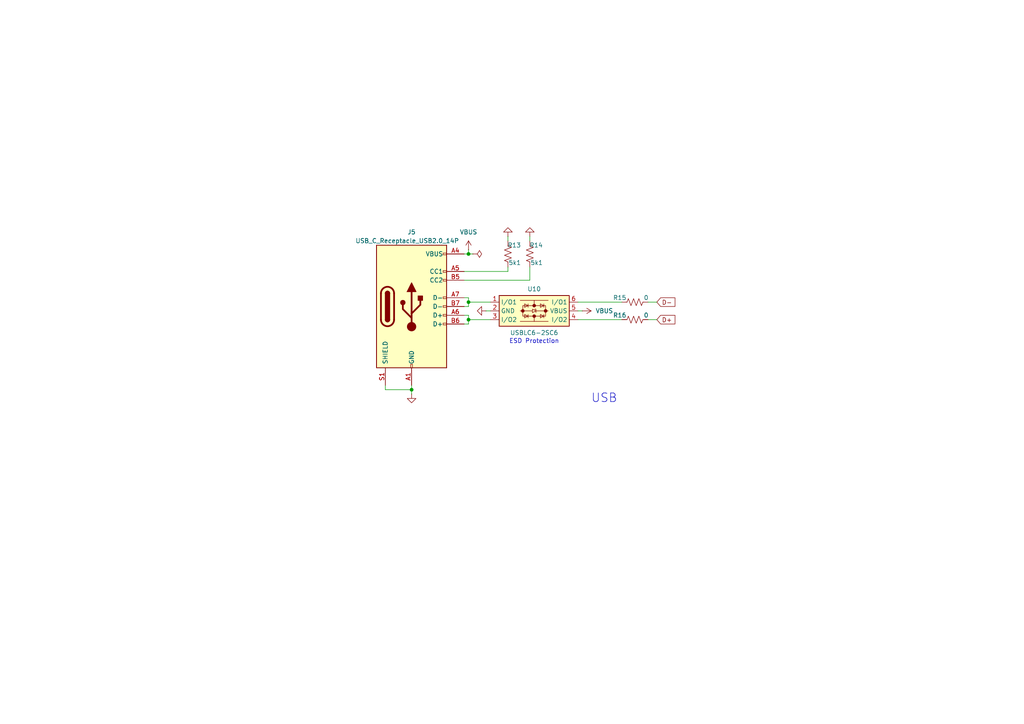
<source format=kicad_sch>
(kicad_sch (version 20231120) (generator "eeschema") (generator_version "8.0")
  (paper "A4")
  (lib_symbols
    (symbol "Connector:USB_C_Receptacle_USB2.0_14P" (pin_names (offset 1.016))
      (property "Reference" "J" (at 0 22.225 0))
      (property "Value" "USB_C_Receptacle_USB2.0_14P" (at 0 19.685 0))
      (symbol "USB_C_Receptacle_USB2.0_14P_0_0"
        (rectangle (start -0.254 -17.78) (end 0.254 -16.764))
        (rectangle (start 10.16 -4.826) (end 9.144 -5.334))
        (rectangle (start 10.16 -2.286) (end 9.144 -2.794))
        (rectangle (start 10.16 0.254) (end 9.144 -0.254))
        (rectangle (start 10.16 2.794) (end 9.144 2.286))
        (rectangle (start 10.16 7.874) (end 9.144 7.366))
        (rectangle (start 10.16 10.414) (end 9.144 9.906))
        (rectangle (start 10.16 15.494) (end 9.144 14.986))
      )
      (symbol "USB_C_Receptacle_USB2.0_14P_0_1"
        (rectangle (start -10.16 17.78) (end 10.16 -17.78) (stroke (width 0.254)) (fill (type background)))
        (arc (start -8.89 -3.81) (mid -6.985 -5.7067) (end -5.08 -3.81) (stroke (width 0.508)))
        (arc (start -7.62 -3.81) (mid -6.985 -4.4423) (end -6.35 -3.81) (stroke (width 0.254)))
        (arc (start -7.62 -3.81) (mid -6.985 -4.4423) (end -6.35 -3.81) (stroke (width 0.254)) (fill (type outline)))
        (rectangle (start -7.62 -3.81) (end -6.35 3.81) (stroke (width 0.254)) (fill (type outline)))
        (arc (start -6.35 3.81) (mid -6.985 4.4423) (end -7.62 3.81) (stroke (width 0.254)))
        (arc (start -6.35 3.81) (mid -6.985 4.4423) (end -7.62 3.81) (stroke (width 0.254)) (fill (type outline)))
        (arc (start -5.08 3.81) (mid -6.985 5.7067) (end -8.89 3.81) (stroke (width 0.508)))
        (circle (center -2.54 1.143) (radius 0.635) (stroke (width 0.254)) (fill (type outline)))
        (circle (center 0 -5.842) (radius 1.27) (fill (type outline)))
        (polyline (pts (xy -8.89 -3.81) (xy -8.89 3.81)) (stroke (width 0.508)))
        (polyline (pts (xy -5.08 3.81) (xy -5.08 -3.81)) (stroke (width 0.508)))
        (polyline (pts (xy 0 -5.842) (xy 0 4.318)) (stroke (width 0.508)))
        (polyline (pts (xy 0 -3.302) (xy -2.54 -0.762) (xy -2.54 0.508)) (stroke (width 0.508)))
        (polyline (pts (xy 0 -2.032) (xy 2.54 0.508) (xy 2.54 1.778)) (stroke (width 0.508)))
        (polyline (pts (xy -1.27 4.318) (xy 0 6.858) (xy 1.27 4.318) (xy -1.27 4.318)) (stroke (width 0.254)) (fill (type outline)))
        (rectangle (start 1.905 1.778) (end 3.175 3.048) (stroke (width 0.254)) (fill (type outline)))
      )
      (symbol "USB_C_Receptacle_USB2.0_14P_1_1"
        (pin passive line (at 0 -22.86 90) (length 5.08) (name "GND") (number "A1"))
        (pin passive line (at 0 -22.86 90) (length 5.08) hide (name "GND") (number "A12"))
        (pin passive line (at 15.24 15.24 180) (length 5.08) (name "VBUS") (number "A4"))
        (pin bidirectional line (at 15.24 10.16 180) (length 5.08) (name "CC1") (number "A5"))
        (pin bidirectional line (at 15.24 -2.54 180) (length 5.08) (name "D+") (number "A6"))
        (pin bidirectional line (at 15.24 2.54 180) (length 5.08) (name "D-") (number "A7"))
        (pin passive line (at 15.24 15.24 180) (length 5.08) hide (name "VBUS") (number "A9"))
        (pin passive line (at 0 -22.86 90) (length 5.08) hide (name "GND") (number "B1"))
        (pin passive line (at 0 -22.86 90) (length 5.08) hide (name "GND") (number "B12"))
        (pin passive line (at 15.24 15.24 180) (length 5.08) hide (name "VBUS") (number "B4"))
        (pin bidirectional line (at 15.24 7.62 180) (length 5.08) (name "CC2") (number "B5"))
        (pin bidirectional line (at 15.24 -5.08 180) (length 5.08) (name "D+") (number "B6"))
        (pin bidirectional line (at 15.24 0 180) (length 5.08) (name "D-") (number "B7"))
        (pin passive line (at 15.24 15.24 180) (length 5.08) hide (name "VBUS") (number "B9"))
        (pin passive line (at -7.62 -22.86 90) (length 5.08) (name "SHIELD") (number "S1"))
      )
    )
    (symbol "Device:R_US" (pin_numbers hide) (pin_names (offset 0))
      (property "Reference" "R" (at 2.54 0 90))
      (property "Value" "R_US" (at -2.54 0 90))
      (symbol "R_US_0_1"
        (polyline (pts (xy 0 -2.286) (xy 0 -2.54)))
        (polyline (pts (xy 0 2.286) (xy 0 2.54)))
        (polyline (pts (xy 0 -0.762) (xy 1.016 -1.143) (xy 0 -1.524) (xy -1.016 -1.905) (xy 0 -2.286)))
        (polyline (pts (xy 0 0.762) (xy 1.016 0.381) (xy 0 0) (xy -1.016 -0.381) (xy 0 -0.762)))
        (polyline (pts (xy 0 2.286) (xy 1.016 1.905) (xy 0 1.524) (xy -1.016 1.143) (xy 0 0.762)))
      )
      (symbol "R_US_1_1"
        (pin passive line (at 0 3.81 270) (length 1.27) (name "~") (number "1"))
        (pin passive line (at 0 -3.81 90) (length 1.27) (name "~") (number "2"))
      )
    )
    (symbol "MCU:USBLC6-2SC6"
      (property "Reference" "U" (at -8.89 5.715 0))
      (property "Value" "USBLC6-2SC6" (at -2.54 -5.715 0))
      (symbol "USBLC6-2SC6_0_0"
        (circle (center -3.302 0) (radius 0.0001) (stroke (width 0.508)))
        (circle (center 0 -1.524) (radius 0.0001) (stroke (width 0.508)))
        (circle (center 0 1.524) (radius 0.0001) (stroke (width 0.508)))
        (circle (center 3.302 0) (radius 0.0001) (stroke (width 0.508)))
      )
      (symbol "USBLC6-2SC6_0_1"
        (polyline (pts (xy -3.302 0) (xy -4.064 0)))
        (polyline (pts (xy -3.302 0) (xy -0.508 0)))
        (polyline (pts (xy -1.778 -1.016) (xy -1.778 -2.032)))
        (polyline (pts (xy -1.778 2.032) (xy -1.778 1.016)))
        (polyline (pts (xy 0 -1.524) (xy 0 -3.048)))
        (polyline (pts (xy 0 3.048) (xy 0 1.524)))
        (polyline (pts (xy 0.508 0) (xy 3.302 0)))
        (polyline (pts (xy 2.794 -1.016) (xy 2.794 -2.032)))
        (polyline (pts (xy 2.794 1.016) (xy 2.794 2.032)))
        (polyline (pts (xy 4.064 -3.048) (xy -4.064 -3.048)))
        (polyline (pts (xy 4.064 0) (xy 3.302 0)))
        (polyline (pts (xy 4.064 3.048) (xy -4.064 3.048)))
        (polyline (pts (xy 0.127 0.508) (xy 0.508 0.508) (xy 0.508 -0.508)))
        (polyline (pts (xy -2.794 -2.032) (xy -2.794 -1.016) (xy -1.778 -1.524) (xy -2.794 -2.032)))
        (polyline (pts (xy -2.794 1.016) (xy -2.794 2.032) (xy -1.778 1.524) (xy -2.794 1.016)))
        (polyline (pts (xy -0.508 -0.508) (xy -0.508 0.508) (xy 0.508 0) (xy -0.508 -0.508)))
        (polyline (pts (xy 1.778 -2.032) (xy 1.778 -1.016) (xy 2.794 -1.524) (xy 1.778 -2.032)))
        (polyline (pts (xy 1.778 2.032) (xy 1.778 1.016) (xy 2.794 1.524) (xy 1.778 2.032)))
      )
      (symbol "USBLC6-2SC6_1_1"
        (rectangle (start -10.16 4.445) (end 10.16 -4.445) (stroke (width 0.254)) (fill (type background)))
        (polyline (pts (xy -3.302 0) (xy -3.302 -1.524) (xy 3.302 -1.524) (xy 3.302 0)))
        (polyline (pts (xy 3.302 0) (xy 3.302 1.524) (xy -3.302 1.524) (xy -3.302 0)))
        (pin passive line (at -12.7 2.54 0) (length 2.54) (name "I/O1") (number "1"))
        (pin power_in line (at -12.7 0 0) (length 2.54) (name "GND") (number "2"))
        (pin passive line (at -12.7 -2.54 0) (length 2.54) (name "I/O2") (number "3"))
        (pin passive line (at 12.7 -2.54 180) (length 2.54) (name "I/O2") (number "4"))
        (pin power_in line (at 12.7 0 180) (length 2.54) (name "VBUS") (number "5"))
        (pin passive line (at 12.7 2.54 180) (length 2.54) (name "I/O1") (number "6"))
      )
    )
    (symbol "power:GND" (power) (pin_numbers hide) (pin_names (offset 0) hide)
      (property "Value" "GND" (at 0 -3.81 0))
      (symbol "GND_0_1"
        (polyline (pts (xy 0 0) (xy 0 -1.27) (xy 1.27 -1.27) (xy 0 -2.54) (xy -1.27 -1.27) (xy 0 -1.27)))
      )
      (symbol "GND_1_1"
        (pin power_in line (at 0 0 270) (length 0) (name "~") (number "1"))
      )
    )
    (symbol "power:PWR_FLAG" (power) (pin_numbers hide) (pin_names (offset 0) hide)
      (property "Value" "PWR_FLAG" (at 0 3.81 0))
      (symbol "PWR_FLAG_0_0"
        (pin power_out line (at 0 0 90) (length 0) (name "~") (number "1"))
      )
      (symbol "PWR_FLAG_0_1"
        (polyline (pts (xy 0 0) (xy 0 1.27) (xy -1.016 1.905) (xy 0 2.54) (xy 1.016 1.905) (xy 0 1.27)))
      )
    )
    (symbol "power:VBUS" (power) (pin_numbers hide) (pin_names (offset 0) hide)
      (property "Value" "VBUS" (at 0 3.556 0))
      (symbol "VBUS_0_1"
        (polyline (pts (xy -0.762 1.27) (xy 0 2.54)))
        (polyline (pts (xy 0 0) (xy 0 2.54)))
        (polyline (pts (xy 0 2.54) (xy 0.762 1.27)))
      )
      (symbol "VBUS_1_1"
        (pin power_in line (at 0 0 90) (length 0) (name "~") (number "1"))
      )
    )
  )
  (junction (at 135.89 92.71))
  (junction (at 135.89 87.63))
  (junction (at 119.38 113.03))
  (junction (at 135.89 73.66))
  (wire (pts (xy 135.89 91.44) (xy 135.89 92.71)))
  (wire (pts (xy 187.96 87.63) (xy 190.5 87.63)))
  (wire (pts (xy 134.62 78.74) (xy 147.32 78.74)))
  (wire (pts (xy 135.89 92.71) (xy 142.24 92.71)))
  (wire (pts (xy 135.89 87.63) (xy 135.89 88.9)))
  (wire (pts (xy 187.96 92.71) (xy 190.5 92.71)))
  (wire (pts (xy 135.89 87.63) (xy 142.24 87.63)))
  (wire (pts (xy 134.62 88.9) (xy 135.89 88.9)))
  (wire (pts (xy 135.89 86.36) (xy 134.62 86.36)))
  (wire (pts (xy 111.76 113.03) (xy 111.76 111.76)))
  (wire (pts (xy 153.67 69.85) (xy 153.67 68.58)))
  (wire (pts (xy 167.64 90.17) (xy 168.91 90.17)))
  (wire (pts (xy 134.62 81.28) (xy 153.67 81.28)))
  (wire (pts (xy 119.38 113.03) (xy 111.76 113.03)))
  (wire (pts (xy 135.89 72.39) (xy 135.89 73.66)))
  (wire (pts (xy 135.89 73.66) (xy 137.16 73.66)))
  (wire (pts (xy 167.64 92.71) (xy 180.34 92.71)))
  (wire (pts (xy 119.38 111.76) (xy 119.38 113.03)))
  (wire (pts (xy 135.89 92.71) (xy 135.89 93.98)))
  (wire (pts (xy 135.89 73.66) (xy 134.62 73.66)))
  (wire (pts (xy 153.67 81.28) (xy 153.67 77.47)))
  (wire (pts (xy 134.62 91.44) (xy 135.89 91.44)))
  (wire (pts (xy 147.32 69.85) (xy 147.32 68.58)))
  (wire (pts (xy 147.32 78.74) (xy 147.32 77.47)))
  (wire (pts (xy 135.89 93.98) (xy 134.62 93.98)))
  (wire (pts (xy 140.97 90.17) (xy 142.24 90.17)))
  (wire (pts (xy 119.38 114.3) (xy 119.38 113.03)))
  (wire (pts (xy 167.64 87.63) (xy 180.34 87.63)))
  (wire (pts (xy 135.89 86.36) (xy 135.89 87.63)))
  (text "ESD Protection\n" (at 154.94 99.06 0) (effects (font (size 1.27 1.27))))
  (text "USB" (at 175.26 115.57 0) (effects (font (size 2.5 2.5))))
  (global_label "D-" (shape input) (at 190.5 87.63 0) (property "Intersheetrefs" "${INTERSHEET_REFS}" (effects (hide yes))))
  (global_label "D+" (shape input) (at 190.5 92.71 0) (property "Intersheetrefs" "${INTERSHEET_REFS}" (effects (hide yes))))
  (symbol (lib_id "power:VBUS") (at 168.91 90.17 270) (unit 1)
    (property "Reference" "#PWR072" (effects (hide yes)))
    (property "Value" "VBUS" (at 172.72 90.1699 90) (effects (justify left)))
    (property "Description" "Power symbol creates a global label with name \"VBUS\"" (effects (hide yes)))
  )
  (symbol (lib_id "power:GND") (at 147.32 68.58 180) (unit 1)
    (property "Reference" "#PWR070" (effects (hide yes)))
    (property "Value" "GND" (effects (hide yes)))
    (property "Description" "Power symbol creates a global label with name \"GND\" , ground" (effects (hide yes)))
  )
  (symbol (lib_id "Device:R_US") (at 184.15 87.63 270) (unit 1)
    (property "Reference" "R15" (at 177.8 86.36 90) (effects (justify left)))
    (property "Value" "0" (at 186.69 86.36 90) (effects (justify left)))
    (property "Description" "Resistor, US symbol" (effects (hide yes)))
  )
  (symbol (lib_id "power:VBUS") (at 135.89 72.39 0) (unit 1)
    (property "Reference" "#PWR068" (effects (hide yes)))
    (property "Value" "VBUS" (at 135.89 67.31 0))
    (property "Description" "Power symbol creates a global label with name \"VBUS\"" (effects (hide yes)))
  )
  (symbol (lib_id "Device:R_US") (at 184.15 92.71 270) (unit 1)
    (property "Reference" "R16" (at 177.8 91.44 90) (effects (justify left)))
    (property "Value" "0" (at 186.69 91.44 90) (effects (justify left)))
    (property "Description" "Resistor, US symbol" (effects (hide yes)))
  )
  (symbol (lib_id "power:GND") (at 140.97 90.17 270) (unit 1)
    (property "Reference" "#PWR069" (effects (hide yes)))
    (property "Value" "GND" (effects (hide yes)))
    (property "Description" "Power symbol creates a global label with name \"GND\" , ground" (effects (hide yes)))
  )
  (symbol (lib_id "power:PWR_FLAG") (at 137.16 73.66 270) (unit 1)
    (property "Reference" "#FLG04" (effects (hide yes)))
    (property "Value" "PWR_FLAG" (effects (hide yes)))
    (property "Description" "Special symbol for telling ERC where power comes from" (effects (hide yes)))
  )
  (symbol (lib_id "power:GND") (at 153.67 68.58 180) (unit 1)
    (property "Reference" "#PWR071" (effects (hide yes)))
    (property "Value" "GND" (effects (hide yes)))
    (property "Description" "Power symbol creates a global label with name \"GND\" , ground" (effects (hide yes)))
  )
  (symbol (lib_id "power:GND") (at 119.38 114.3 0) (unit 1)
    (property "Reference" "#PWR067" (effects (hide yes)))
    (property "Value" "GND" (effects (hide yes)))
    (property "Description" "Power symbol creates a global label with name \"GND\" , ground" (effects (hide yes)))
  )
  (symbol (lib_id "Device:R_US") (at 153.67 73.66 180) (unit 1)
    (property "Reference" "R14" (at 157.48 71.12 0) (effects (justify left)))
    (property "Value" "5k1" (at 157.48 76.2 0) (effects (justify left)))
    (property "Description" "Resistor, US symbol" (effects (hide yes)))
  )
  (symbol (lib_id "Connector:USB_C_Receptacle_USB2.0_14P") (at 119.38 88.9 0) (unit 1)
    (property "Reference" "J5" (at 119.38 67.31 0))
    (property "Value" "USB_C_Receptacle_USB2.0_14P" (at 118.11 69.85 0))
    (property "Datasheet" "https://www.usb.org/sites/default/files/documents/usb_type-c.zip" (effects (hide yes)))
    (property "Description" "USB 2.0-only 14P Type-C Receptacle connector" (effects (hide yes)))
  )
  (symbol (lib_id "MCU:USBLC6-2SC6") (at 154.94 90.17 0) (unit 1)
    (property "Reference" "U10" (at 154.94 83.82 0))
    (property "Value" "USBLC6-2SC6" (at 154.94 96.52 0))
    (property "Datasheet" "https://www.st.com/content/ccc/resource/technical/document/datasheet/06/1d/48/9c/6c/20/4a/b2/CD00050750.pdf/files/CD00050750.pdf/jcr:content/translations/en.CD00050750.pdf" (effects (hide yes)))
  )
  (symbol (lib_id "Device:R_US") (at 147.32 73.66 180) (unit 1)
    (property "Reference" "R13" (at 151.13 71.12 0) (effects (justify left)))
    (property "Value" "5k1" (at 151.13 76.2 0) (effects (justify left)))
    (property "Description" "Resistor, US symbol" (effects (hide yes)))
  )
)
</source>
